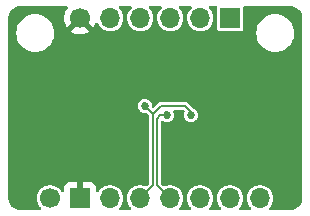
<source format=gbl>
G04 #@! TF.GenerationSoftware,KiCad,Pcbnew,(6.0.0-0)*
G04 #@! TF.CreationDate,2023-03-25T21:38:46-07:00*
G04 #@! TF.ProjectId,breakout,62726561-6b6f-4757-942e-6b696361645f,2.0.1*
G04 #@! TF.SameCoordinates,Original*
G04 #@! TF.FileFunction,Copper,L2,Bot*
G04 #@! TF.FilePolarity,Positive*
%FSLAX46Y46*%
G04 Gerber Fmt 4.6, Leading zero omitted, Abs format (unit mm)*
G04 Created by KiCad (PCBNEW (6.0.0-0)) date 2023-03-25 21:38:46*
%MOMM*%
%LPD*%
G01*
G04 APERTURE LIST*
G04 #@! TA.AperFunction,ComponentPad*
%ADD10C,1.700000*%
G04 #@! TD*
G04 #@! TA.AperFunction,ComponentPad*
%ADD11R,1.700000X1.700000*%
G04 #@! TD*
G04 #@! TA.AperFunction,ComponentPad*
%ADD12O,1.700000X1.700000*%
G04 #@! TD*
G04 #@! TA.AperFunction,ViaPad*
%ADD13C,0.685800*%
G04 #@! TD*
G04 #@! TA.AperFunction,Conductor*
%ADD14C,0.152400*%
G04 #@! TD*
G04 APERTURE END LIST*
D10*
X139669800Y-114325800D03*
D11*
X142209800Y-114325800D03*
D12*
X144749800Y-114325800D03*
X147289800Y-114325800D03*
X149829800Y-114325800D03*
X152369800Y-114325800D03*
X154909800Y-114325800D03*
X157449800Y-114325800D03*
D10*
X142240000Y-99085800D03*
D12*
X144780000Y-99085800D03*
X147320000Y-99085800D03*
X149860000Y-99085800D03*
X152400000Y-99085800D03*
D11*
X154940000Y-99085800D03*
D13*
X160000000Y-114000000D03*
X160000000Y-102400000D03*
X145900000Y-100500000D03*
X137300000Y-102400000D03*
X152400000Y-106000000D03*
X150300000Y-112300000D03*
X146400000Y-112300000D03*
X149100000Y-100500000D03*
X156100000Y-112300000D03*
X153500000Y-100500000D03*
X153600000Y-112300000D03*
X137300000Y-114000000D03*
X151400000Y-100500000D03*
X149600000Y-107300000D03*
X147700000Y-106500000D03*
X151600000Y-107300000D03*
D14*
X149829800Y-114325800D02*
X148700000Y-113196000D01*
X148700000Y-107600000D02*
X149000000Y-107300000D01*
X149000000Y-107300000D02*
X149600000Y-107300000D01*
X148700000Y-113196000D02*
X148700000Y-107600000D01*
X147289800Y-114325800D02*
X148395680Y-113219920D01*
X148404320Y-107195680D02*
X149100000Y-106500000D01*
X149100000Y-106500000D02*
X149500000Y-106500000D01*
X148395680Y-113219920D02*
X148395680Y-107795680D01*
X148395680Y-107195680D02*
X148404320Y-107195680D01*
X151600000Y-107000000D02*
X151100000Y-106500000D01*
X148395680Y-107795680D02*
X148395680Y-107473946D01*
X149369626Y-106500000D02*
X149500000Y-106500000D01*
X148395680Y-107473946D02*
X148395680Y-107195680D01*
X148395680Y-107195680D02*
X147700000Y-106500000D01*
X149500000Y-106500000D02*
X151100000Y-106500000D01*
X151600000Y-107300000D02*
X151600000Y-107000000D01*
G04 #@! TA.AperFunction,Conductor*
G36*
X141136355Y-98064002D02*
G01*
X141182848Y-98117658D01*
X141192952Y-98187932D01*
X141172322Y-98241005D01*
X141058095Y-98408455D01*
X141053000Y-98417423D01*
X140963338Y-98610583D01*
X140959775Y-98620270D01*
X140902864Y-98825481D01*
X140900933Y-98835600D01*
X140878302Y-99047374D01*
X140878050Y-99057663D01*
X140890309Y-99270277D01*
X140891745Y-99280497D01*
X140938565Y-99488246D01*
X140941645Y-99498075D01*
X141021770Y-99695403D01*
X141026413Y-99704594D01*
X141106460Y-99835220D01*
X141116916Y-99844680D01*
X141125694Y-99840896D01*
X142150905Y-98815685D01*
X142213217Y-98781659D01*
X142284032Y-98786724D01*
X142329095Y-98815685D01*
X143350474Y-99837064D01*
X143362484Y-99843623D01*
X143374223Y-99834655D01*
X143405004Y-99791819D01*
X143410315Y-99782980D01*
X143504670Y-99592067D01*
X143508469Y-99582472D01*
X143525066Y-99527847D01*
X143564007Y-99468483D01*
X143628862Y-99439596D01*
X143699038Y-99450358D01*
X143752256Y-99497351D01*
X143760048Y-99511722D01*
X143819377Y-99640416D01*
X143822710Y-99645132D01*
X143920131Y-99782980D01*
X143936533Y-99806189D01*
X144081938Y-99947835D01*
X144250720Y-100060612D01*
X144256023Y-100062890D01*
X144256026Y-100062892D01*
X144387283Y-100119284D01*
X144437228Y-100140742D01*
X144510244Y-100157264D01*
X144629579Y-100184267D01*
X144629584Y-100184268D01*
X144635216Y-100185542D01*
X144640987Y-100185769D01*
X144640989Y-100185769D01*
X144700756Y-100188117D01*
X144838053Y-100193512D01*
X144945348Y-100177955D01*
X145033231Y-100165213D01*
X145033236Y-100165212D01*
X145038945Y-100164384D01*
X145044409Y-100162529D01*
X145044414Y-100162528D01*
X145225693Y-100100992D01*
X145225698Y-100100990D01*
X145231165Y-100099134D01*
X145259691Y-100083159D01*
X145305683Y-100057402D01*
X145408276Y-99999947D01*
X145447969Y-99966935D01*
X145559913Y-99873831D01*
X145564345Y-99870145D01*
X145621463Y-99801469D01*
X145690453Y-99718518D01*
X145690455Y-99718515D01*
X145694147Y-99714076D01*
X145755852Y-99603894D01*
X145790510Y-99542008D01*
X145790511Y-99542006D01*
X145793334Y-99536965D01*
X145795190Y-99531498D01*
X145795192Y-99531493D01*
X145856728Y-99350214D01*
X145856729Y-99350209D01*
X145858584Y-99344745D01*
X145859412Y-99339036D01*
X145859413Y-99339031D01*
X145887179Y-99147527D01*
X145887712Y-99143853D01*
X145889232Y-99085800D01*
X145872026Y-98898546D01*
X145871187Y-98889413D01*
X145871186Y-98889410D01*
X145870658Y-98883659D01*
X145867630Y-98872923D01*
X145817125Y-98693846D01*
X145817124Y-98693844D01*
X145815557Y-98688287D01*
X145804978Y-98666833D01*
X145728331Y-98511409D01*
X145725776Y-98506228D01*
X145604320Y-98343579D01*
X145530542Y-98275379D01*
X145516636Y-98262524D01*
X145480191Y-98201596D01*
X145482472Y-98130636D01*
X145522755Y-98072174D01*
X145588250Y-98044771D01*
X145602165Y-98044000D01*
X146497906Y-98044000D01*
X146566027Y-98064002D01*
X146612520Y-98117658D01*
X146622624Y-98187932D01*
X146593130Y-98252512D01*
X146580984Y-98264732D01*
X146561637Y-98281699D01*
X146515392Y-98322255D01*
X146389720Y-98481669D01*
X146387031Y-98486780D01*
X146387029Y-98486783D01*
X146374073Y-98511409D01*
X146295203Y-98661315D01*
X146235007Y-98855178D01*
X146211148Y-99056764D01*
X146224424Y-99259322D01*
X146225845Y-99264918D01*
X146225846Y-99264923D01*
X146246119Y-99344745D01*
X146274392Y-99456069D01*
X146276809Y-99461312D01*
X146342540Y-99603894D01*
X146359377Y-99640416D01*
X146362710Y-99645132D01*
X146460131Y-99782980D01*
X146476533Y-99806189D01*
X146621938Y-99947835D01*
X146790720Y-100060612D01*
X146796023Y-100062890D01*
X146796026Y-100062892D01*
X146927283Y-100119284D01*
X146977228Y-100140742D01*
X147050244Y-100157264D01*
X147169579Y-100184267D01*
X147169584Y-100184268D01*
X147175216Y-100185542D01*
X147180987Y-100185769D01*
X147180989Y-100185769D01*
X147240756Y-100188117D01*
X147378053Y-100193512D01*
X147485348Y-100177955D01*
X147573231Y-100165213D01*
X147573236Y-100165212D01*
X147578945Y-100164384D01*
X147584409Y-100162529D01*
X147584414Y-100162528D01*
X147765693Y-100100992D01*
X147765698Y-100100990D01*
X147771165Y-100099134D01*
X147799691Y-100083159D01*
X147845683Y-100057402D01*
X147948276Y-99999947D01*
X147987969Y-99966935D01*
X148099913Y-99873831D01*
X148104345Y-99870145D01*
X148161463Y-99801469D01*
X148230453Y-99718518D01*
X148230455Y-99718515D01*
X148234147Y-99714076D01*
X148295852Y-99603894D01*
X148330510Y-99542008D01*
X148330511Y-99542006D01*
X148333334Y-99536965D01*
X148335190Y-99531498D01*
X148335192Y-99531493D01*
X148396728Y-99350214D01*
X148396729Y-99350209D01*
X148398584Y-99344745D01*
X148399412Y-99339036D01*
X148399413Y-99339031D01*
X148427179Y-99147527D01*
X148427712Y-99143853D01*
X148429232Y-99085800D01*
X148412026Y-98898546D01*
X148411187Y-98889413D01*
X148411186Y-98889410D01*
X148410658Y-98883659D01*
X148407630Y-98872923D01*
X148357125Y-98693846D01*
X148357124Y-98693844D01*
X148355557Y-98688287D01*
X148344978Y-98666833D01*
X148268331Y-98511409D01*
X148265776Y-98506228D01*
X148144320Y-98343579D01*
X148070542Y-98275379D01*
X148056636Y-98262524D01*
X148020191Y-98201596D01*
X148022472Y-98130636D01*
X148062755Y-98072174D01*
X148128250Y-98044771D01*
X148142165Y-98044000D01*
X149037906Y-98044000D01*
X149106027Y-98064002D01*
X149152520Y-98117658D01*
X149162624Y-98187932D01*
X149133130Y-98252512D01*
X149120984Y-98264732D01*
X149101637Y-98281699D01*
X149055392Y-98322255D01*
X148929720Y-98481669D01*
X148927031Y-98486780D01*
X148927029Y-98486783D01*
X148914073Y-98511409D01*
X148835203Y-98661315D01*
X148775007Y-98855178D01*
X148751148Y-99056764D01*
X148764424Y-99259322D01*
X148765845Y-99264918D01*
X148765846Y-99264923D01*
X148786119Y-99344745D01*
X148814392Y-99456069D01*
X148816809Y-99461312D01*
X148882540Y-99603894D01*
X148899377Y-99640416D01*
X148902710Y-99645132D01*
X149000131Y-99782980D01*
X149016533Y-99806189D01*
X149161938Y-99947835D01*
X149330720Y-100060612D01*
X149336023Y-100062890D01*
X149336026Y-100062892D01*
X149467283Y-100119284D01*
X149517228Y-100140742D01*
X149590244Y-100157264D01*
X149709579Y-100184267D01*
X149709584Y-100184268D01*
X149715216Y-100185542D01*
X149720987Y-100185769D01*
X149720989Y-100185769D01*
X149780756Y-100188117D01*
X149918053Y-100193512D01*
X150025348Y-100177955D01*
X150113231Y-100165213D01*
X150113236Y-100165212D01*
X150118945Y-100164384D01*
X150124409Y-100162529D01*
X150124414Y-100162528D01*
X150305693Y-100100992D01*
X150305698Y-100100990D01*
X150311165Y-100099134D01*
X150339691Y-100083159D01*
X150385683Y-100057402D01*
X150488276Y-99999947D01*
X150527969Y-99966935D01*
X150639913Y-99873831D01*
X150644345Y-99870145D01*
X150701463Y-99801469D01*
X150770453Y-99718518D01*
X150770455Y-99718515D01*
X150774147Y-99714076D01*
X150835852Y-99603894D01*
X150870510Y-99542008D01*
X150870511Y-99542006D01*
X150873334Y-99536965D01*
X150875190Y-99531498D01*
X150875192Y-99531493D01*
X150936728Y-99350214D01*
X150936729Y-99350209D01*
X150938584Y-99344745D01*
X150939412Y-99339036D01*
X150939413Y-99339031D01*
X150967179Y-99147527D01*
X150967712Y-99143853D01*
X150969232Y-99085800D01*
X150952026Y-98898546D01*
X150951187Y-98889413D01*
X150951186Y-98889410D01*
X150950658Y-98883659D01*
X150947630Y-98872923D01*
X150897125Y-98693846D01*
X150897124Y-98693844D01*
X150895557Y-98688287D01*
X150884978Y-98666833D01*
X150808331Y-98511409D01*
X150805776Y-98506228D01*
X150684320Y-98343579D01*
X150610542Y-98275379D01*
X150596636Y-98262524D01*
X150560191Y-98201596D01*
X150562472Y-98130636D01*
X150602755Y-98072174D01*
X150668250Y-98044771D01*
X150682165Y-98044000D01*
X151577906Y-98044000D01*
X151646027Y-98064002D01*
X151692520Y-98117658D01*
X151702624Y-98187932D01*
X151673130Y-98252512D01*
X151660984Y-98264732D01*
X151641637Y-98281699D01*
X151595392Y-98322255D01*
X151469720Y-98481669D01*
X151467031Y-98486780D01*
X151467029Y-98486783D01*
X151454073Y-98511409D01*
X151375203Y-98661315D01*
X151315007Y-98855178D01*
X151291148Y-99056764D01*
X151304424Y-99259322D01*
X151305845Y-99264918D01*
X151305846Y-99264923D01*
X151326119Y-99344745D01*
X151354392Y-99456069D01*
X151356809Y-99461312D01*
X151422540Y-99603894D01*
X151439377Y-99640416D01*
X151442710Y-99645132D01*
X151540131Y-99782980D01*
X151556533Y-99806189D01*
X151701938Y-99947835D01*
X151870720Y-100060612D01*
X151876023Y-100062890D01*
X151876026Y-100062892D01*
X152007283Y-100119284D01*
X152057228Y-100140742D01*
X152130244Y-100157264D01*
X152249579Y-100184267D01*
X152249584Y-100184268D01*
X152255216Y-100185542D01*
X152260987Y-100185769D01*
X152260989Y-100185769D01*
X152320756Y-100188117D01*
X152458053Y-100193512D01*
X152565348Y-100177955D01*
X152653231Y-100165213D01*
X152653236Y-100165212D01*
X152658945Y-100164384D01*
X152664409Y-100162529D01*
X152664414Y-100162528D01*
X152845693Y-100100992D01*
X152845698Y-100100990D01*
X152851165Y-100099134D01*
X152879691Y-100083159D01*
X152925683Y-100057402D01*
X153028276Y-99999947D01*
X153067969Y-99966935D01*
X153179913Y-99873831D01*
X153184345Y-99870145D01*
X153241463Y-99801469D01*
X153310453Y-99718518D01*
X153310455Y-99718515D01*
X153314147Y-99714076D01*
X153375852Y-99603894D01*
X153410510Y-99542008D01*
X153410511Y-99542006D01*
X153413334Y-99536965D01*
X153415190Y-99531498D01*
X153415192Y-99531493D01*
X153476728Y-99350214D01*
X153476729Y-99350209D01*
X153478584Y-99344745D01*
X153479412Y-99339036D01*
X153479413Y-99339031D01*
X153507179Y-99147527D01*
X153507712Y-99143853D01*
X153509232Y-99085800D01*
X153492026Y-98898546D01*
X153491187Y-98889413D01*
X153491186Y-98889410D01*
X153490658Y-98883659D01*
X153487630Y-98872923D01*
X153437125Y-98693846D01*
X153437124Y-98693844D01*
X153435557Y-98688287D01*
X153424978Y-98666833D01*
X153348331Y-98511409D01*
X153345776Y-98506228D01*
X153224320Y-98343579D01*
X153150542Y-98275379D01*
X153136636Y-98262524D01*
X153100191Y-98201596D01*
X153102472Y-98130636D01*
X153142755Y-98072174D01*
X153208250Y-98044771D01*
X153222165Y-98044000D01*
X153715134Y-98044000D01*
X153783255Y-98064002D01*
X153829748Y-98117658D01*
X153838713Y-98194581D01*
X153835500Y-98210733D01*
X153835501Y-99960866D01*
X153850266Y-100035101D01*
X153857161Y-100045420D01*
X153857162Y-100045422D01*
X153897516Y-100105815D01*
X153906516Y-100119284D01*
X153990699Y-100175534D01*
X154064933Y-100190300D01*
X154939858Y-100190300D01*
X155815066Y-100190299D01*
X155850818Y-100183188D01*
X155877126Y-100177956D01*
X155877128Y-100177955D01*
X155889301Y-100175534D01*
X155899621Y-100168639D01*
X155899622Y-100168638D01*
X155963168Y-100126177D01*
X155973484Y-100119284D01*
X156029734Y-100035101D01*
X156044500Y-99960867D01*
X156044499Y-98210734D01*
X156041285Y-98194576D01*
X156047615Y-98123864D01*
X156091171Y-98067798D01*
X156164865Y-98044000D01*
X159982575Y-98044000D01*
X160007153Y-98046421D01*
X160020000Y-98048976D01*
X160032172Y-98046555D01*
X160043699Y-98046555D01*
X160054681Y-98047034D01*
X160185449Y-98058475D01*
X160207070Y-98062287D01*
X160356848Y-98102420D01*
X160377484Y-98109931D01*
X160518010Y-98175460D01*
X160537030Y-98186442D01*
X160664046Y-98275379D01*
X160680871Y-98289497D01*
X160790503Y-98399129D01*
X160804621Y-98415954D01*
X160893558Y-98542970D01*
X160904540Y-98561990D01*
X160970069Y-98702516D01*
X160977580Y-98723152D01*
X161017713Y-98872930D01*
X161021526Y-98894554D01*
X161032966Y-99025320D01*
X161033445Y-99036301D01*
X161033445Y-99047828D01*
X161031024Y-99060000D01*
X161033445Y-99072170D01*
X161033579Y-99072844D01*
X161036000Y-99097425D01*
X161036000Y-114262575D01*
X161033579Y-114287153D01*
X161031024Y-114300000D01*
X161033445Y-114312172D01*
X161033445Y-114323699D01*
X161032966Y-114334680D01*
X161021526Y-114465446D01*
X161017713Y-114487070D01*
X160990076Y-114590214D01*
X160977581Y-114636846D01*
X160970069Y-114657484D01*
X160904540Y-114798010D01*
X160893558Y-114817030D01*
X160804621Y-114944046D01*
X160790503Y-114960871D01*
X160680871Y-115070503D01*
X160664046Y-115084621D01*
X160537030Y-115173558D01*
X160518010Y-115184540D01*
X160377484Y-115250069D01*
X160356848Y-115257580D01*
X160207070Y-115297713D01*
X160185449Y-115301525D01*
X160076878Y-115311024D01*
X160054680Y-115312966D01*
X160043699Y-115313445D01*
X160032172Y-115313445D01*
X160020000Y-115311024D01*
X160007153Y-115313579D01*
X159982575Y-115316000D01*
X158331614Y-115316000D01*
X158263493Y-115295998D01*
X158217000Y-115242342D01*
X158206896Y-115172068D01*
X158234740Y-115109431D01*
X158360249Y-114958524D01*
X158360256Y-114958514D01*
X158363947Y-114954076D01*
X158463134Y-114776965D01*
X158464990Y-114771498D01*
X158464992Y-114771493D01*
X158526528Y-114590214D01*
X158526529Y-114590209D01*
X158528384Y-114584745D01*
X158529212Y-114579036D01*
X158529213Y-114579031D01*
X158556979Y-114387527D01*
X158557512Y-114383853D01*
X158559032Y-114325800D01*
X158540458Y-114123659D01*
X158538890Y-114118099D01*
X158486925Y-113933846D01*
X158486924Y-113933844D01*
X158485357Y-113928287D01*
X158482803Y-113923106D01*
X158398131Y-113751409D01*
X158395576Y-113746228D01*
X158274120Y-113583579D01*
X158125058Y-113445787D01*
X158120175Y-113442706D01*
X158120171Y-113442703D01*
X157958264Y-113340548D01*
X157953381Y-113337467D01*
X157764839Y-113262246D01*
X157759179Y-113261120D01*
X157759175Y-113261119D01*
X157571413Y-113223771D01*
X157571410Y-113223771D01*
X157565746Y-113222644D01*
X157559971Y-113222568D01*
X157559967Y-113222568D01*
X157458593Y-113221241D01*
X157362771Y-113219987D01*
X157357074Y-113220966D01*
X157357073Y-113220966D01*
X157259420Y-113237746D01*
X157162710Y-113254364D01*
X156972263Y-113324624D01*
X156797810Y-113428412D01*
X156793470Y-113432218D01*
X156793466Y-113432221D01*
X156773523Y-113449711D01*
X156645192Y-113562255D01*
X156519520Y-113721669D01*
X156516831Y-113726780D01*
X156516829Y-113726783D01*
X156505307Y-113748683D01*
X156425003Y-113901315D01*
X156364807Y-114095178D01*
X156340948Y-114296764D01*
X156354224Y-114499322D01*
X156355645Y-114504918D01*
X156355646Y-114504923D01*
X156402771Y-114690474D01*
X156404192Y-114696069D01*
X156406609Y-114701312D01*
X156443810Y-114782008D01*
X156489177Y-114880416D01*
X156492510Y-114885132D01*
X156540526Y-114953073D01*
X156606333Y-115046189D01*
X156610475Y-115050224D01*
X156661311Y-115099746D01*
X156696149Y-115161607D01*
X156692012Y-115232483D01*
X156650213Y-115289871D01*
X156584023Y-115315551D01*
X156573390Y-115316000D01*
X155791614Y-115316000D01*
X155723493Y-115295998D01*
X155677000Y-115242342D01*
X155666896Y-115172068D01*
X155694740Y-115109431D01*
X155820249Y-114958524D01*
X155820256Y-114958514D01*
X155823947Y-114954076D01*
X155923134Y-114776965D01*
X155924990Y-114771498D01*
X155924992Y-114771493D01*
X155986528Y-114590214D01*
X155986529Y-114590209D01*
X155988384Y-114584745D01*
X155989212Y-114579036D01*
X155989213Y-114579031D01*
X156016979Y-114387527D01*
X156017512Y-114383853D01*
X156019032Y-114325800D01*
X156000458Y-114123659D01*
X155998890Y-114118099D01*
X155946925Y-113933846D01*
X155946924Y-113933844D01*
X155945357Y-113928287D01*
X155942803Y-113923106D01*
X155858131Y-113751409D01*
X155855576Y-113746228D01*
X155734120Y-113583579D01*
X155585058Y-113445787D01*
X155580175Y-113442706D01*
X155580171Y-113442703D01*
X155418264Y-113340548D01*
X155413381Y-113337467D01*
X155224839Y-113262246D01*
X155219179Y-113261120D01*
X155219175Y-113261119D01*
X155031413Y-113223771D01*
X155031410Y-113223771D01*
X155025746Y-113222644D01*
X155019971Y-113222568D01*
X155019967Y-113222568D01*
X154918593Y-113221241D01*
X154822771Y-113219987D01*
X154817074Y-113220966D01*
X154817073Y-113220966D01*
X154719420Y-113237746D01*
X154622710Y-113254364D01*
X154432263Y-113324624D01*
X154257810Y-113428412D01*
X154253470Y-113432218D01*
X154253466Y-113432221D01*
X154233523Y-113449711D01*
X154105192Y-113562255D01*
X153979520Y-113721669D01*
X153976831Y-113726780D01*
X153976829Y-113726783D01*
X153965307Y-113748683D01*
X153885003Y-113901315D01*
X153824807Y-114095178D01*
X153800948Y-114296764D01*
X153814224Y-114499322D01*
X153815645Y-114504918D01*
X153815646Y-114504923D01*
X153862771Y-114690474D01*
X153864192Y-114696069D01*
X153866609Y-114701312D01*
X153903810Y-114782008D01*
X153949177Y-114880416D01*
X153952510Y-114885132D01*
X154000526Y-114953073D01*
X154066333Y-115046189D01*
X154070475Y-115050224D01*
X154121311Y-115099746D01*
X154156149Y-115161607D01*
X154152012Y-115232483D01*
X154110213Y-115289871D01*
X154044023Y-115315551D01*
X154033390Y-115316000D01*
X153251614Y-115316000D01*
X153183493Y-115295998D01*
X153137000Y-115242342D01*
X153126896Y-115172068D01*
X153154740Y-115109431D01*
X153280249Y-114958524D01*
X153280256Y-114958514D01*
X153283947Y-114954076D01*
X153383134Y-114776965D01*
X153384990Y-114771498D01*
X153384992Y-114771493D01*
X153446528Y-114590214D01*
X153446529Y-114590209D01*
X153448384Y-114584745D01*
X153449212Y-114579036D01*
X153449213Y-114579031D01*
X153476979Y-114387527D01*
X153477512Y-114383853D01*
X153479032Y-114325800D01*
X153460458Y-114123659D01*
X153458890Y-114118099D01*
X153406925Y-113933846D01*
X153406924Y-113933844D01*
X153405357Y-113928287D01*
X153402803Y-113923106D01*
X153318131Y-113751409D01*
X153315576Y-113746228D01*
X153194120Y-113583579D01*
X153045058Y-113445787D01*
X153040175Y-113442706D01*
X153040171Y-113442703D01*
X152878264Y-113340548D01*
X152873381Y-113337467D01*
X152684839Y-113262246D01*
X152679179Y-113261120D01*
X152679175Y-113261119D01*
X152491413Y-113223771D01*
X152491410Y-113223771D01*
X152485746Y-113222644D01*
X152479971Y-113222568D01*
X152479967Y-113222568D01*
X152378593Y-113221241D01*
X152282771Y-113219987D01*
X152277074Y-113220966D01*
X152277073Y-113220966D01*
X152179420Y-113237746D01*
X152082710Y-113254364D01*
X151892263Y-113324624D01*
X151717810Y-113428412D01*
X151713470Y-113432218D01*
X151713466Y-113432221D01*
X151693523Y-113449711D01*
X151565192Y-113562255D01*
X151439520Y-113721669D01*
X151436831Y-113726780D01*
X151436829Y-113726783D01*
X151425307Y-113748683D01*
X151345003Y-113901315D01*
X151284807Y-114095178D01*
X151260948Y-114296764D01*
X151274224Y-114499322D01*
X151275645Y-114504918D01*
X151275646Y-114504923D01*
X151322771Y-114690474D01*
X151324192Y-114696069D01*
X151326609Y-114701312D01*
X151363810Y-114782008D01*
X151409177Y-114880416D01*
X151412510Y-114885132D01*
X151460526Y-114953073D01*
X151526333Y-115046189D01*
X151530475Y-115050224D01*
X151581311Y-115099746D01*
X151616149Y-115161607D01*
X151612012Y-115232483D01*
X151570213Y-115289871D01*
X151504023Y-115315551D01*
X151493390Y-115316000D01*
X150711614Y-115316000D01*
X150643493Y-115295998D01*
X150597000Y-115242342D01*
X150586896Y-115172068D01*
X150614740Y-115109431D01*
X150740249Y-114958524D01*
X150740256Y-114958514D01*
X150743947Y-114954076D01*
X150843134Y-114776965D01*
X150844990Y-114771498D01*
X150844992Y-114771493D01*
X150906528Y-114590214D01*
X150906529Y-114590209D01*
X150908384Y-114584745D01*
X150909212Y-114579036D01*
X150909213Y-114579031D01*
X150936979Y-114387527D01*
X150937512Y-114383853D01*
X150939032Y-114325800D01*
X150920458Y-114123659D01*
X150918890Y-114118099D01*
X150866925Y-113933846D01*
X150866924Y-113933844D01*
X150865357Y-113928287D01*
X150862803Y-113923106D01*
X150778131Y-113751409D01*
X150775576Y-113746228D01*
X150654120Y-113583579D01*
X150505058Y-113445787D01*
X150500175Y-113442706D01*
X150500171Y-113442703D01*
X150338264Y-113340548D01*
X150333381Y-113337467D01*
X150144839Y-113262246D01*
X150139179Y-113261120D01*
X150139175Y-113261119D01*
X149951413Y-113223771D01*
X149951410Y-113223771D01*
X149945746Y-113222644D01*
X149939971Y-113222568D01*
X149939967Y-113222568D01*
X149838593Y-113221241D01*
X149742771Y-113219987D01*
X149737074Y-113220966D01*
X149737073Y-113220966D01*
X149639420Y-113237746D01*
X149542710Y-113254364D01*
X149387056Y-113311788D01*
X149316224Y-113316600D01*
X149254351Y-113282671D01*
X149067605Y-113095925D01*
X149033579Y-113033613D01*
X149030700Y-113006830D01*
X149030700Y-107871671D01*
X149050702Y-107803550D01*
X149104358Y-107757057D01*
X149174632Y-107746953D01*
X149233405Y-107771708D01*
X149298722Y-107821828D01*
X149444047Y-107882023D01*
X149600000Y-107902555D01*
X149755953Y-107882023D01*
X149901278Y-107821828D01*
X150026071Y-107726071D01*
X150121828Y-107601277D01*
X150182023Y-107455953D01*
X150202555Y-107300000D01*
X150182023Y-107144047D01*
X150124394Y-107004918D01*
X150116805Y-106934328D01*
X150148584Y-106870841D01*
X150209642Y-106834614D01*
X150240803Y-106830700D01*
X150910830Y-106830700D01*
X150978951Y-106850702D01*
X150999925Y-106867605D01*
X151034126Y-106901806D01*
X151068152Y-106964118D01*
X151061440Y-107039117D01*
X151017977Y-107144047D01*
X150997445Y-107300000D01*
X151017977Y-107455953D01*
X151078172Y-107601277D01*
X151173929Y-107726071D01*
X151298722Y-107821828D01*
X151444047Y-107882023D01*
X151600000Y-107902555D01*
X151755953Y-107882023D01*
X151901278Y-107821828D01*
X152026071Y-107726071D01*
X152121828Y-107601277D01*
X152182023Y-107455953D01*
X152202555Y-107300000D01*
X152182023Y-107144047D01*
X152121828Y-106998723D01*
X152026071Y-106873929D01*
X151901278Y-106778172D01*
X151829817Y-106748572D01*
X151788940Y-106721259D01*
X151347943Y-106280263D01*
X151340517Y-106272159D01*
X151322933Y-106251203D01*
X151322932Y-106251202D01*
X151315849Y-106242761D01*
X151282625Y-106223578D01*
X151273355Y-106217673D01*
X151250950Y-106201985D01*
X151250947Y-106201984D01*
X151241916Y-106195660D01*
X151231267Y-106192806D01*
X151227889Y-106191231D01*
X151224396Y-106189960D01*
X151214851Y-106184449D01*
X151203998Y-106182535D01*
X151203997Y-106182535D01*
X151192900Y-106180578D01*
X151177053Y-106177784D01*
X151166339Y-106175409D01*
X151129267Y-106165476D01*
X151118292Y-106166436D01*
X151118291Y-106166436D01*
X151091032Y-106168821D01*
X151080051Y-106169300D01*
X149119949Y-106169300D01*
X149108968Y-106168821D01*
X149081709Y-106166436D01*
X149081708Y-106166436D01*
X149070733Y-106165476D01*
X149033661Y-106175409D01*
X149022947Y-106177784D01*
X149007100Y-106180578D01*
X148996003Y-106182535D01*
X148996002Y-106182535D01*
X148985149Y-106184449D01*
X148975604Y-106189960D01*
X148972111Y-106191231D01*
X148968733Y-106192806D01*
X148958084Y-106195660D01*
X148949053Y-106201984D01*
X148949050Y-106201985D01*
X148926645Y-106217673D01*
X148917375Y-106223578D01*
X148884151Y-106242761D01*
X148877067Y-106251204D01*
X148877064Y-106251206D01*
X148859478Y-106272164D01*
X148852052Y-106280268D01*
X148515024Y-106617296D01*
X148452712Y-106651322D01*
X148381897Y-106646257D01*
X148325061Y-106603710D01*
X148300250Y-106537190D01*
X148301008Y-106511750D01*
X148301477Y-106508189D01*
X148301477Y-106508188D01*
X148302555Y-106500000D01*
X148282023Y-106344047D01*
X148221828Y-106198723D01*
X148126071Y-106073929D01*
X148001278Y-105978172D01*
X147855953Y-105917977D01*
X147700000Y-105897445D01*
X147544047Y-105917977D01*
X147398723Y-105978172D01*
X147273929Y-106073929D01*
X147178172Y-106198723D01*
X147117977Y-106344047D01*
X147097445Y-106500000D01*
X147117977Y-106655953D01*
X147178172Y-106801277D01*
X147273929Y-106926071D01*
X147398722Y-107021828D01*
X147544047Y-107082023D01*
X147700000Y-107102555D01*
X147757581Y-107094974D01*
X147827728Y-107105913D01*
X147863121Y-107130801D01*
X148028075Y-107295755D01*
X148062101Y-107358067D01*
X148064980Y-107384850D01*
X148064980Y-113030750D01*
X148044978Y-113098871D01*
X148028075Y-113119845D01*
X147864276Y-113283644D01*
X147801964Y-113317670D01*
X147728493Y-113311579D01*
X147604839Y-113262246D01*
X147599179Y-113261120D01*
X147599175Y-113261119D01*
X147411413Y-113223771D01*
X147411410Y-113223771D01*
X147405746Y-113222644D01*
X147399971Y-113222568D01*
X147399967Y-113222568D01*
X147298593Y-113221241D01*
X147202771Y-113219987D01*
X147197074Y-113220966D01*
X147197073Y-113220966D01*
X147099420Y-113237746D01*
X147002710Y-113254364D01*
X146812263Y-113324624D01*
X146637810Y-113428412D01*
X146633470Y-113432218D01*
X146633466Y-113432221D01*
X146613523Y-113449711D01*
X146485192Y-113562255D01*
X146359520Y-113721669D01*
X146356831Y-113726780D01*
X146356829Y-113726783D01*
X146345307Y-113748683D01*
X146265003Y-113901315D01*
X146204807Y-114095178D01*
X146180948Y-114296764D01*
X146194224Y-114499322D01*
X146195645Y-114504918D01*
X146195646Y-114504923D01*
X146242771Y-114690474D01*
X146244192Y-114696069D01*
X146246609Y-114701312D01*
X146283810Y-114782008D01*
X146329177Y-114880416D01*
X146332510Y-114885132D01*
X146380526Y-114953073D01*
X146446333Y-115046189D01*
X146450475Y-115050224D01*
X146501311Y-115099746D01*
X146536149Y-115161607D01*
X146532012Y-115232483D01*
X146490213Y-115289871D01*
X146424023Y-115315551D01*
X146413390Y-115316000D01*
X145631614Y-115316000D01*
X145563493Y-115295998D01*
X145517000Y-115242342D01*
X145506896Y-115172068D01*
X145534740Y-115109431D01*
X145660249Y-114958524D01*
X145660256Y-114958514D01*
X145663947Y-114954076D01*
X145763134Y-114776965D01*
X145764990Y-114771498D01*
X145764992Y-114771493D01*
X145826528Y-114590214D01*
X145826529Y-114590209D01*
X145828384Y-114584745D01*
X145829212Y-114579036D01*
X145829213Y-114579031D01*
X145856979Y-114387527D01*
X145857512Y-114383853D01*
X145859032Y-114325800D01*
X145840458Y-114123659D01*
X145838890Y-114118099D01*
X145786925Y-113933846D01*
X145786924Y-113933844D01*
X145785357Y-113928287D01*
X145782803Y-113923106D01*
X145698131Y-113751409D01*
X145695576Y-113746228D01*
X145574120Y-113583579D01*
X145425058Y-113445787D01*
X145420175Y-113442706D01*
X145420171Y-113442703D01*
X145258264Y-113340548D01*
X145253381Y-113337467D01*
X145064839Y-113262246D01*
X145059179Y-113261120D01*
X145059175Y-113261119D01*
X144871413Y-113223771D01*
X144871410Y-113223771D01*
X144865746Y-113222644D01*
X144859971Y-113222568D01*
X144859967Y-113222568D01*
X144758593Y-113221241D01*
X144662771Y-113219987D01*
X144657074Y-113220966D01*
X144657073Y-113220966D01*
X144559420Y-113237746D01*
X144462710Y-113254364D01*
X144272263Y-113324624D01*
X144097810Y-113428412D01*
X144093470Y-113432218D01*
X144093466Y-113432221D01*
X144073523Y-113449711D01*
X143945192Y-113562255D01*
X143819520Y-113721669D01*
X143816831Y-113726780D01*
X143816829Y-113726783D01*
X143805307Y-113748683D01*
X143755887Y-113799656D01*
X143686755Y-113815818D01*
X143619859Y-113792039D01*
X143576438Y-113735868D01*
X143567799Y-113690015D01*
X143567799Y-113431131D01*
X143567429Y-113424310D01*
X143561905Y-113373448D01*
X143558279Y-113358196D01*
X143513124Y-113237746D01*
X143504586Y-113222151D01*
X143428085Y-113120076D01*
X143415524Y-113107515D01*
X143313449Y-113031014D01*
X143297854Y-113022476D01*
X143177406Y-112977322D01*
X143162151Y-112973695D01*
X143111286Y-112968169D01*
X143104472Y-112967800D01*
X142481915Y-112967800D01*
X142466676Y-112972275D01*
X142465471Y-112973665D01*
X142463800Y-112981348D01*
X142463800Y-114453800D01*
X142443798Y-114521921D01*
X142390142Y-114568414D01*
X142337800Y-114579800D01*
X142081800Y-114579800D01*
X142013679Y-114559798D01*
X141967186Y-114506142D01*
X141955800Y-114453800D01*
X141955800Y-112985916D01*
X141951325Y-112970677D01*
X141949935Y-112969472D01*
X141942252Y-112967801D01*
X141315131Y-112967801D01*
X141308310Y-112968171D01*
X141257448Y-112973695D01*
X141242196Y-112977321D01*
X141121746Y-113022476D01*
X141106151Y-113031014D01*
X141004076Y-113107515D01*
X140991515Y-113120076D01*
X140915014Y-113222151D01*
X140906476Y-113237746D01*
X140861322Y-113358194D01*
X140857695Y-113373449D01*
X140852169Y-113424314D01*
X140851800Y-113431128D01*
X140851800Y-113685960D01*
X140831798Y-113754081D01*
X140778142Y-113800574D01*
X140707868Y-113810678D01*
X140643288Y-113781184D01*
X140618367Y-113751794D01*
X140618131Y-113751408D01*
X140615576Y-113746228D01*
X140494120Y-113583579D01*
X140345058Y-113445787D01*
X140340175Y-113442706D01*
X140340171Y-113442703D01*
X140178264Y-113340548D01*
X140173381Y-113337467D01*
X139984839Y-113262246D01*
X139979179Y-113261120D01*
X139979175Y-113261119D01*
X139791413Y-113223771D01*
X139791410Y-113223771D01*
X139785746Y-113222644D01*
X139779971Y-113222568D01*
X139779967Y-113222568D01*
X139678593Y-113221241D01*
X139582771Y-113219987D01*
X139577074Y-113220966D01*
X139577073Y-113220966D01*
X139479420Y-113237746D01*
X139382710Y-113254364D01*
X139192263Y-113324624D01*
X139017810Y-113428412D01*
X139013470Y-113432218D01*
X139013466Y-113432221D01*
X138993523Y-113449711D01*
X138865192Y-113562255D01*
X138739520Y-113721669D01*
X138736831Y-113726780D01*
X138736829Y-113726783D01*
X138725307Y-113748683D01*
X138645003Y-113901315D01*
X138584807Y-114095178D01*
X138560948Y-114296764D01*
X138574224Y-114499322D01*
X138575645Y-114504918D01*
X138575646Y-114504923D01*
X138622771Y-114690474D01*
X138624192Y-114696069D01*
X138626609Y-114701312D01*
X138663810Y-114782008D01*
X138709177Y-114880416D01*
X138712510Y-114885132D01*
X138760526Y-114953073D01*
X138826333Y-115046189D01*
X138830475Y-115050224D01*
X138881311Y-115099746D01*
X138916149Y-115161607D01*
X138912012Y-115232483D01*
X138870213Y-115289871D01*
X138804023Y-115315551D01*
X138793390Y-115316000D01*
X137197425Y-115316000D01*
X137172847Y-115313579D01*
X137160000Y-115311024D01*
X137147828Y-115313445D01*
X137136301Y-115313445D01*
X137125320Y-115312966D01*
X137103122Y-115311024D01*
X136994551Y-115301525D01*
X136972930Y-115297713D01*
X136823152Y-115257580D01*
X136802516Y-115250069D01*
X136661990Y-115184540D01*
X136642970Y-115173558D01*
X136515954Y-115084621D01*
X136499129Y-115070503D01*
X136389497Y-114960871D01*
X136375379Y-114944046D01*
X136286442Y-114817030D01*
X136275460Y-114798010D01*
X136209931Y-114657484D01*
X136202419Y-114636846D01*
X136189924Y-114590214D01*
X136162287Y-114487070D01*
X136158474Y-114465446D01*
X136147034Y-114334680D01*
X136146555Y-114323699D01*
X136146555Y-114312172D01*
X136148976Y-114300000D01*
X136146421Y-114287153D01*
X136144000Y-114262575D01*
X136144000Y-100330000D01*
X136820539Y-100330000D01*
X136840354Y-100581775D01*
X136841508Y-100586582D01*
X136841509Y-100586588D01*
X136878613Y-100741135D01*
X136899312Y-100827351D01*
X136995960Y-101060680D01*
X137127919Y-101276017D01*
X137291939Y-101468061D01*
X137483983Y-101632081D01*
X137699320Y-101764040D01*
X137703890Y-101765933D01*
X137703894Y-101765935D01*
X137928076Y-101858794D01*
X137932649Y-101860688D01*
X138018865Y-101881387D01*
X138173412Y-101918491D01*
X138173418Y-101918492D01*
X138178225Y-101919646D01*
X138266253Y-101926574D01*
X138364507Y-101934307D01*
X138364516Y-101934307D01*
X138366964Y-101934500D01*
X138493036Y-101934500D01*
X138495484Y-101934307D01*
X138495493Y-101934307D01*
X138593747Y-101926574D01*
X138681775Y-101919646D01*
X138686582Y-101918492D01*
X138686588Y-101918491D01*
X138841135Y-101881387D01*
X138927351Y-101860688D01*
X138931924Y-101858794D01*
X139156106Y-101765935D01*
X139156110Y-101765933D01*
X139160680Y-101764040D01*
X139376017Y-101632081D01*
X139568061Y-101468061D01*
X139732081Y-101276017D01*
X139864040Y-101060680D01*
X139960688Y-100827351D01*
X139981387Y-100741135D01*
X140018491Y-100586588D01*
X140018492Y-100586582D01*
X140019646Y-100581775D01*
X140039461Y-100330000D01*
X140030068Y-100210653D01*
X141479977Y-100210653D01*
X141485258Y-100217707D01*
X141646756Y-100312079D01*
X141656042Y-100316529D01*
X141855001Y-100392503D01*
X141864899Y-100395379D01*
X142073595Y-100437838D01*
X142083823Y-100439057D01*
X142296650Y-100446862D01*
X142306936Y-100446395D01*
X142518185Y-100419334D01*
X142528262Y-100417192D01*
X142732255Y-100355991D01*
X142741842Y-100352233D01*
X142787225Y-100330000D01*
X157140539Y-100330000D01*
X157160354Y-100581775D01*
X157161508Y-100586582D01*
X157161509Y-100586588D01*
X157198613Y-100741135D01*
X157219312Y-100827351D01*
X157315960Y-101060680D01*
X157447919Y-101276017D01*
X157611939Y-101468061D01*
X157803983Y-101632081D01*
X158019320Y-101764040D01*
X158023890Y-101765933D01*
X158023894Y-101765935D01*
X158248076Y-101858794D01*
X158252649Y-101860688D01*
X158338865Y-101881387D01*
X158493412Y-101918491D01*
X158493418Y-101918492D01*
X158498225Y-101919646D01*
X158586253Y-101926574D01*
X158684507Y-101934307D01*
X158684516Y-101934307D01*
X158686964Y-101934500D01*
X158813036Y-101934500D01*
X158815484Y-101934307D01*
X158815493Y-101934307D01*
X158913747Y-101926574D01*
X159001775Y-101919646D01*
X159006582Y-101918492D01*
X159006588Y-101918491D01*
X159161135Y-101881387D01*
X159247351Y-101860688D01*
X159251924Y-101858794D01*
X159476106Y-101765935D01*
X159476110Y-101765933D01*
X159480680Y-101764040D01*
X159696017Y-101632081D01*
X159888061Y-101468061D01*
X160052081Y-101276017D01*
X160184040Y-101060680D01*
X160280688Y-100827351D01*
X160301387Y-100741135D01*
X160338491Y-100586588D01*
X160338492Y-100586582D01*
X160339646Y-100581775D01*
X160359461Y-100330000D01*
X160339646Y-100078225D01*
X160338492Y-100073418D01*
X160338491Y-100073412D01*
X160283576Y-99844680D01*
X160280688Y-99832649D01*
X160263776Y-99791819D01*
X160185935Y-99603894D01*
X160185933Y-99603890D01*
X160184040Y-99599320D01*
X160052081Y-99383983D01*
X159888061Y-99191939D01*
X159696017Y-99027919D01*
X159480680Y-98895960D01*
X159476110Y-98894067D01*
X159476106Y-98894065D01*
X159251924Y-98801206D01*
X159251922Y-98801205D01*
X159247351Y-98799312D01*
X159161135Y-98778613D01*
X159006588Y-98741509D01*
X159006582Y-98741508D01*
X159001775Y-98740354D01*
X158913747Y-98733426D01*
X158815493Y-98725693D01*
X158815484Y-98725693D01*
X158813036Y-98725500D01*
X158686964Y-98725500D01*
X158684516Y-98725693D01*
X158684507Y-98725693D01*
X158586253Y-98733426D01*
X158498225Y-98740354D01*
X158493418Y-98741508D01*
X158493412Y-98741509D01*
X158338865Y-98778613D01*
X158252649Y-98799312D01*
X158248078Y-98801205D01*
X158248076Y-98801206D01*
X158023894Y-98894065D01*
X158023890Y-98894067D01*
X158019320Y-98895960D01*
X157803983Y-99027919D01*
X157611939Y-99191939D01*
X157447919Y-99383983D01*
X157315960Y-99599320D01*
X157314067Y-99603890D01*
X157314065Y-99603894D01*
X157236224Y-99791819D01*
X157219312Y-99832649D01*
X157216424Y-99844680D01*
X157161509Y-100073412D01*
X157161508Y-100073418D01*
X157160354Y-100078225D01*
X157140539Y-100330000D01*
X142787225Y-100330000D01*
X142933098Y-100258538D01*
X142941944Y-100253265D01*
X142989247Y-100219523D01*
X142997648Y-100208823D01*
X142990660Y-100195670D01*
X142252812Y-99457822D01*
X142238868Y-99450208D01*
X142237035Y-99450339D01*
X142230420Y-99454590D01*
X141486737Y-100198273D01*
X141479977Y-100210653D01*
X140030068Y-100210653D01*
X140019646Y-100078225D01*
X140018492Y-100073418D01*
X140018491Y-100073412D01*
X139963576Y-99844680D01*
X139960688Y-99832649D01*
X139943776Y-99791819D01*
X139865935Y-99603894D01*
X139865933Y-99603890D01*
X139864040Y-99599320D01*
X139732081Y-99383983D01*
X139568061Y-99191939D01*
X139376017Y-99027919D01*
X139160680Y-98895960D01*
X139156110Y-98894067D01*
X139156106Y-98894065D01*
X138931924Y-98801206D01*
X138931922Y-98801205D01*
X138927351Y-98799312D01*
X138841135Y-98778613D01*
X138686588Y-98741509D01*
X138686582Y-98741508D01*
X138681775Y-98740354D01*
X138593747Y-98733426D01*
X138495493Y-98725693D01*
X138495484Y-98725693D01*
X138493036Y-98725500D01*
X138366964Y-98725500D01*
X138364516Y-98725693D01*
X138364507Y-98725693D01*
X138266253Y-98733426D01*
X138178225Y-98740354D01*
X138173418Y-98741508D01*
X138173412Y-98741509D01*
X138018865Y-98778613D01*
X137932649Y-98799312D01*
X137928078Y-98801205D01*
X137928076Y-98801206D01*
X137703894Y-98894065D01*
X137703890Y-98894067D01*
X137699320Y-98895960D01*
X137483983Y-99027919D01*
X137291939Y-99191939D01*
X137127919Y-99383983D01*
X136995960Y-99599320D01*
X136994067Y-99603890D01*
X136994065Y-99603894D01*
X136916224Y-99791819D01*
X136899312Y-99832649D01*
X136896424Y-99844680D01*
X136841509Y-100073412D01*
X136841508Y-100073418D01*
X136840354Y-100078225D01*
X136820539Y-100330000D01*
X136144000Y-100330000D01*
X136144000Y-99097425D01*
X136146421Y-99072844D01*
X136146555Y-99072170D01*
X136148976Y-99060000D01*
X136146555Y-99047828D01*
X136146555Y-99036301D01*
X136147034Y-99025320D01*
X136158474Y-98894554D01*
X136162287Y-98872930D01*
X136202420Y-98723152D01*
X136209931Y-98702516D01*
X136275460Y-98561990D01*
X136286442Y-98542970D01*
X136375379Y-98415954D01*
X136389497Y-98399129D01*
X136499129Y-98289497D01*
X136515954Y-98275379D01*
X136642970Y-98186442D01*
X136661990Y-98175460D01*
X136802516Y-98109931D01*
X136823152Y-98102420D01*
X136972930Y-98062287D01*
X136994551Y-98058475D01*
X137125319Y-98047034D01*
X137136301Y-98046555D01*
X137147828Y-98046555D01*
X137160000Y-98048976D01*
X137172847Y-98046421D01*
X137197425Y-98044000D01*
X141068234Y-98044000D01*
X141136355Y-98064002D01*
G37*
G04 #@! TD.AperFunction*
M02*

</source>
